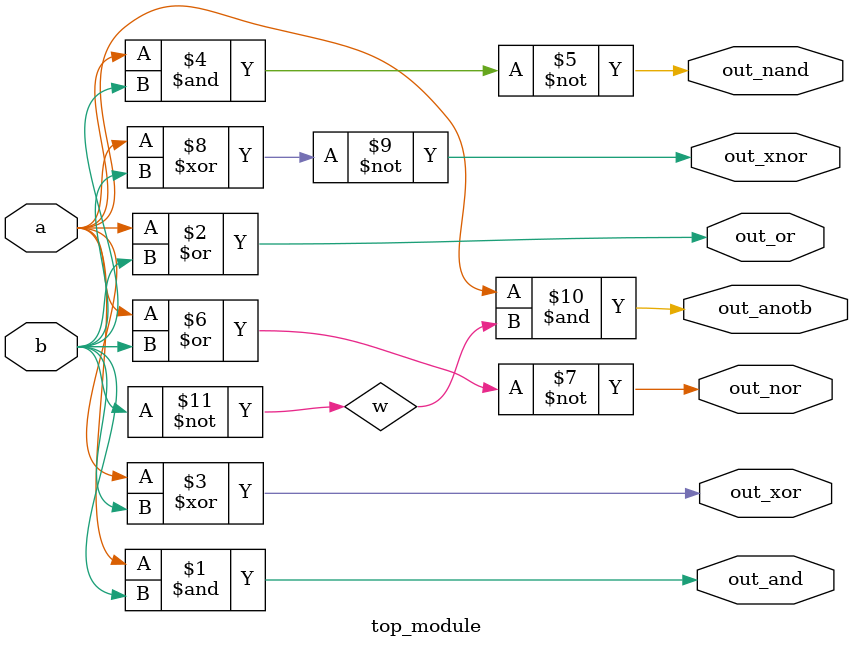
<source format=v>
module top_module( 
    input a, b,
    output out_and,
    output out_or,
    output out_xor,
    output out_nand,
    output out_nor,
    output out_xnor,
    output out_anotb
);
    wire w;
    and g1(out_and,a,b);
    or g2(out_or,a,b);
    xor g3(out_xor,a,b);
    nand g4(out_nand,a,b);
    nor g5(out_nor,a,b);
    xnor g6(out_xnor,a,b);
    not g7(w,b);
    and g8(out_anotb,a,w);
endmodule

</source>
